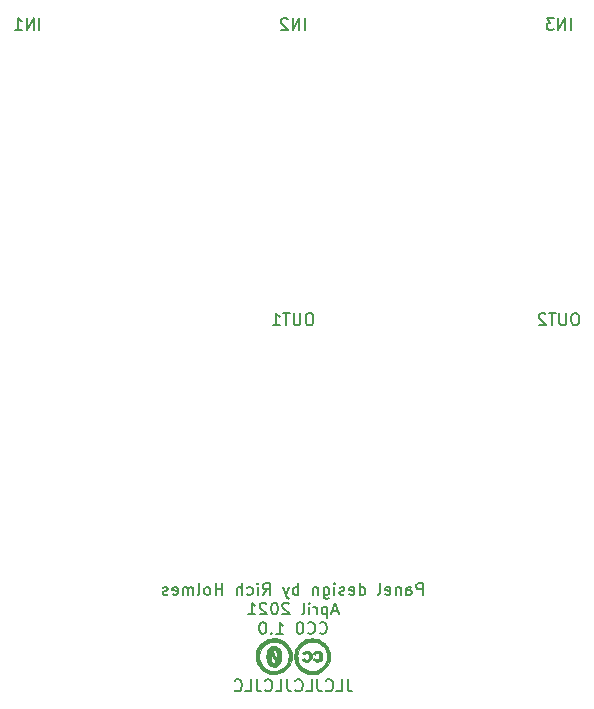
<source format=gbr>
G04 #@! TF.GenerationSoftware,KiCad,Pcbnew,5.1.10-88a1d61d58~90~ubuntu20.04.1*
G04 #@! TF.CreationDate,2021-08-07T10:45:27-04:00*
G04 #@! TF.ProjectId,ao_audio_mixer_panel_al,616f5f61-7564-4696-9f5f-6d697865725f,rev?*
G04 #@! TF.SameCoordinates,Original*
G04 #@! TF.FileFunction,Legend,Bot*
G04 #@! TF.FilePolarity,Positive*
%FSLAX46Y46*%
G04 Gerber Fmt 4.6, Leading zero omitted, Abs format (unit mm)*
G04 Created by KiCad (PCBNEW 5.1.10-88a1d61d58~90~ubuntu20.04.1) date 2021-08-07 10:45:27*
%MOMM*%
%LPD*%
G01*
G04 APERTURE LIST*
%ADD10C,0.150000*%
%ADD11C,0.010000*%
G04 APERTURE END LIST*
D10*
X61476190Y-163452380D02*
X61285714Y-163452380D01*
X61190476Y-163500000D01*
X61095238Y-163595238D01*
X61047619Y-163785714D01*
X61047619Y-164119047D01*
X61095238Y-164309523D01*
X61190476Y-164404761D01*
X61285714Y-164452380D01*
X61476190Y-164452380D01*
X61571428Y-164404761D01*
X61666666Y-164309523D01*
X61714285Y-164119047D01*
X61714285Y-163785714D01*
X61666666Y-163595238D01*
X61571428Y-163500000D01*
X61476190Y-163452380D01*
X60619047Y-163452380D02*
X60619047Y-164261904D01*
X60571428Y-164357142D01*
X60523809Y-164404761D01*
X60428571Y-164452380D01*
X60238095Y-164452380D01*
X60142857Y-164404761D01*
X60095238Y-164357142D01*
X60047619Y-164261904D01*
X60047619Y-163452380D01*
X59714285Y-163452380D02*
X59142857Y-163452380D01*
X59428571Y-164452380D02*
X59428571Y-163452380D01*
X58857142Y-163547619D02*
X58809523Y-163500000D01*
X58714285Y-163452380D01*
X58476190Y-163452380D01*
X58380952Y-163500000D01*
X58333333Y-163547619D01*
X58285714Y-163642857D01*
X58285714Y-163738095D01*
X58333333Y-163880952D01*
X58904761Y-164452380D01*
X58285714Y-164452380D01*
X38976190Y-163452380D02*
X38785714Y-163452380D01*
X38690476Y-163500000D01*
X38595238Y-163595238D01*
X38547619Y-163785714D01*
X38547619Y-164119047D01*
X38595238Y-164309523D01*
X38690476Y-164404761D01*
X38785714Y-164452380D01*
X38976190Y-164452380D01*
X39071428Y-164404761D01*
X39166666Y-164309523D01*
X39214285Y-164119047D01*
X39214285Y-163785714D01*
X39166666Y-163595238D01*
X39071428Y-163500000D01*
X38976190Y-163452380D01*
X38119047Y-163452380D02*
X38119047Y-164261904D01*
X38071428Y-164357142D01*
X38023809Y-164404761D01*
X37928571Y-164452380D01*
X37738095Y-164452380D01*
X37642857Y-164404761D01*
X37595238Y-164357142D01*
X37547619Y-164261904D01*
X37547619Y-163452380D01*
X37214285Y-163452380D02*
X36642857Y-163452380D01*
X36928571Y-164452380D02*
X36928571Y-163452380D01*
X35785714Y-164452380D02*
X36357142Y-164452380D01*
X36071428Y-164452380D02*
X36071428Y-163452380D01*
X36166666Y-163595238D01*
X36261904Y-163690476D01*
X36357142Y-163738095D01*
X61000000Y-139452380D02*
X61000000Y-138452380D01*
X60523809Y-139452380D02*
X60523809Y-138452380D01*
X59952380Y-139452380D01*
X59952380Y-138452380D01*
X59571428Y-138452380D02*
X58952380Y-138452380D01*
X59285714Y-138833333D01*
X59142857Y-138833333D01*
X59047619Y-138880952D01*
X59000000Y-138928571D01*
X58952380Y-139023809D01*
X58952380Y-139261904D01*
X59000000Y-139357142D01*
X59047619Y-139404761D01*
X59142857Y-139452380D01*
X59428571Y-139452380D01*
X59523809Y-139404761D01*
X59571428Y-139357142D01*
X38500000Y-139452380D02*
X38500000Y-138452380D01*
X38023809Y-139452380D02*
X38023809Y-138452380D01*
X37452380Y-139452380D01*
X37452380Y-138452380D01*
X37023809Y-138547619D02*
X36976190Y-138500000D01*
X36880952Y-138452380D01*
X36642857Y-138452380D01*
X36547619Y-138500000D01*
X36500000Y-138547619D01*
X36452380Y-138642857D01*
X36452380Y-138738095D01*
X36500000Y-138880952D01*
X37071428Y-139452380D01*
X36452380Y-139452380D01*
X16000000Y-139452380D02*
X16000000Y-138452380D01*
X15523809Y-139452380D02*
X15523809Y-138452380D01*
X14952380Y-139452380D01*
X14952380Y-138452380D01*
X13952380Y-139452380D02*
X14523809Y-139452380D01*
X14238095Y-139452380D02*
X14238095Y-138452380D01*
X14333333Y-138595238D01*
X14428571Y-138690476D01*
X14523809Y-138738095D01*
X48500000Y-187302380D02*
X48500000Y-186302380D01*
X48119047Y-186302380D01*
X48023809Y-186350000D01*
X47976190Y-186397619D01*
X47928571Y-186492857D01*
X47928571Y-186635714D01*
X47976190Y-186730952D01*
X48023809Y-186778571D01*
X48119047Y-186826190D01*
X48500000Y-186826190D01*
X47071428Y-187302380D02*
X47071428Y-186778571D01*
X47119047Y-186683333D01*
X47214285Y-186635714D01*
X47404761Y-186635714D01*
X47500000Y-186683333D01*
X47071428Y-187254761D02*
X47166666Y-187302380D01*
X47404761Y-187302380D01*
X47500000Y-187254761D01*
X47547619Y-187159523D01*
X47547619Y-187064285D01*
X47500000Y-186969047D01*
X47404761Y-186921428D01*
X47166666Y-186921428D01*
X47071428Y-186873809D01*
X46595238Y-186635714D02*
X46595238Y-187302380D01*
X46595238Y-186730952D02*
X46547619Y-186683333D01*
X46452380Y-186635714D01*
X46309523Y-186635714D01*
X46214285Y-186683333D01*
X46166666Y-186778571D01*
X46166666Y-187302380D01*
X45309523Y-187254761D02*
X45404761Y-187302380D01*
X45595238Y-187302380D01*
X45690476Y-187254761D01*
X45738095Y-187159523D01*
X45738095Y-186778571D01*
X45690476Y-186683333D01*
X45595238Y-186635714D01*
X45404761Y-186635714D01*
X45309523Y-186683333D01*
X45261904Y-186778571D01*
X45261904Y-186873809D01*
X45738095Y-186969047D01*
X44690476Y-187302380D02*
X44785714Y-187254761D01*
X44833333Y-187159523D01*
X44833333Y-186302380D01*
X43119047Y-187302380D02*
X43119047Y-186302380D01*
X43119047Y-187254761D02*
X43214285Y-187302380D01*
X43404761Y-187302380D01*
X43500000Y-187254761D01*
X43547619Y-187207142D01*
X43595238Y-187111904D01*
X43595238Y-186826190D01*
X43547619Y-186730952D01*
X43500000Y-186683333D01*
X43404761Y-186635714D01*
X43214285Y-186635714D01*
X43119047Y-186683333D01*
X42261904Y-187254761D02*
X42357142Y-187302380D01*
X42547619Y-187302380D01*
X42642857Y-187254761D01*
X42690476Y-187159523D01*
X42690476Y-186778571D01*
X42642857Y-186683333D01*
X42547619Y-186635714D01*
X42357142Y-186635714D01*
X42261904Y-186683333D01*
X42214285Y-186778571D01*
X42214285Y-186873809D01*
X42690476Y-186969047D01*
X41833333Y-187254761D02*
X41738095Y-187302380D01*
X41547619Y-187302380D01*
X41452380Y-187254761D01*
X41404761Y-187159523D01*
X41404761Y-187111904D01*
X41452380Y-187016666D01*
X41547619Y-186969047D01*
X41690476Y-186969047D01*
X41785714Y-186921428D01*
X41833333Y-186826190D01*
X41833333Y-186778571D01*
X41785714Y-186683333D01*
X41690476Y-186635714D01*
X41547619Y-186635714D01*
X41452380Y-186683333D01*
X40976190Y-187302380D02*
X40976190Y-186635714D01*
X40976190Y-186302380D02*
X41023809Y-186350000D01*
X40976190Y-186397619D01*
X40928571Y-186350000D01*
X40976190Y-186302380D01*
X40976190Y-186397619D01*
X40071428Y-186635714D02*
X40071428Y-187445238D01*
X40119047Y-187540476D01*
X40166666Y-187588095D01*
X40261904Y-187635714D01*
X40404761Y-187635714D01*
X40500000Y-187588095D01*
X40071428Y-187254761D02*
X40166666Y-187302380D01*
X40357142Y-187302380D01*
X40452380Y-187254761D01*
X40500000Y-187207142D01*
X40547619Y-187111904D01*
X40547619Y-186826190D01*
X40500000Y-186730952D01*
X40452380Y-186683333D01*
X40357142Y-186635714D01*
X40166666Y-186635714D01*
X40071428Y-186683333D01*
X39595238Y-186635714D02*
X39595238Y-187302380D01*
X39595238Y-186730952D02*
X39547619Y-186683333D01*
X39452380Y-186635714D01*
X39309523Y-186635714D01*
X39214285Y-186683333D01*
X39166666Y-186778571D01*
X39166666Y-187302380D01*
X37928571Y-187302380D02*
X37928571Y-186302380D01*
X37928571Y-186683333D02*
X37833333Y-186635714D01*
X37642857Y-186635714D01*
X37547619Y-186683333D01*
X37500000Y-186730952D01*
X37452380Y-186826190D01*
X37452380Y-187111904D01*
X37500000Y-187207142D01*
X37547619Y-187254761D01*
X37642857Y-187302380D01*
X37833333Y-187302380D01*
X37928571Y-187254761D01*
X37119047Y-186635714D02*
X36880952Y-187302380D01*
X36642857Y-186635714D02*
X36880952Y-187302380D01*
X36976190Y-187540476D01*
X37023809Y-187588095D01*
X37119047Y-187635714D01*
X34928571Y-187302380D02*
X35261904Y-186826190D01*
X35500000Y-187302380D02*
X35500000Y-186302380D01*
X35119047Y-186302380D01*
X35023809Y-186350000D01*
X34976190Y-186397619D01*
X34928571Y-186492857D01*
X34928571Y-186635714D01*
X34976190Y-186730952D01*
X35023809Y-186778571D01*
X35119047Y-186826190D01*
X35500000Y-186826190D01*
X34500000Y-187302380D02*
X34500000Y-186635714D01*
X34500000Y-186302380D02*
X34547619Y-186350000D01*
X34500000Y-186397619D01*
X34452380Y-186350000D01*
X34500000Y-186302380D01*
X34500000Y-186397619D01*
X33595238Y-187254761D02*
X33690476Y-187302380D01*
X33880952Y-187302380D01*
X33976190Y-187254761D01*
X34023809Y-187207142D01*
X34071428Y-187111904D01*
X34071428Y-186826190D01*
X34023809Y-186730952D01*
X33976190Y-186683333D01*
X33880952Y-186635714D01*
X33690476Y-186635714D01*
X33595238Y-186683333D01*
X33166666Y-187302380D02*
X33166666Y-186302380D01*
X32738095Y-187302380D02*
X32738095Y-186778571D01*
X32785714Y-186683333D01*
X32880952Y-186635714D01*
X33023809Y-186635714D01*
X33119047Y-186683333D01*
X33166666Y-186730952D01*
X31500000Y-187302380D02*
X31500000Y-186302380D01*
X31500000Y-186778571D02*
X30928571Y-186778571D01*
X30928571Y-187302380D02*
X30928571Y-186302380D01*
X30309523Y-187302380D02*
X30404761Y-187254761D01*
X30452380Y-187207142D01*
X30500000Y-187111904D01*
X30500000Y-186826190D01*
X30452380Y-186730952D01*
X30404761Y-186683333D01*
X30309523Y-186635714D01*
X30166666Y-186635714D01*
X30071428Y-186683333D01*
X30023809Y-186730952D01*
X29976190Y-186826190D01*
X29976190Y-187111904D01*
X30023809Y-187207142D01*
X30071428Y-187254761D01*
X30166666Y-187302380D01*
X30309523Y-187302380D01*
X29404761Y-187302380D02*
X29500000Y-187254761D01*
X29547619Y-187159523D01*
X29547619Y-186302380D01*
X29023809Y-187302380D02*
X29023809Y-186635714D01*
X29023809Y-186730952D02*
X28976190Y-186683333D01*
X28880952Y-186635714D01*
X28738095Y-186635714D01*
X28642857Y-186683333D01*
X28595238Y-186778571D01*
X28595238Y-187302380D01*
X28595238Y-186778571D02*
X28547619Y-186683333D01*
X28452380Y-186635714D01*
X28309523Y-186635714D01*
X28214285Y-186683333D01*
X28166666Y-186778571D01*
X28166666Y-187302380D01*
X27309523Y-187254761D02*
X27404761Y-187302380D01*
X27595238Y-187302380D01*
X27690476Y-187254761D01*
X27738095Y-187159523D01*
X27738095Y-186778571D01*
X27690476Y-186683333D01*
X27595238Y-186635714D01*
X27404761Y-186635714D01*
X27309523Y-186683333D01*
X27261904Y-186778571D01*
X27261904Y-186873809D01*
X27738095Y-186969047D01*
X26880952Y-187254761D02*
X26785714Y-187302380D01*
X26595238Y-187302380D01*
X26500000Y-187254761D01*
X26452380Y-187159523D01*
X26452380Y-187111904D01*
X26500000Y-187016666D01*
X26595238Y-186969047D01*
X26738095Y-186969047D01*
X26833333Y-186921428D01*
X26880952Y-186826190D01*
X26880952Y-186778571D01*
X26833333Y-186683333D01*
X26738095Y-186635714D01*
X26595238Y-186635714D01*
X26500000Y-186683333D01*
X41285714Y-188666666D02*
X40809523Y-188666666D01*
X41380952Y-188952380D02*
X41047619Y-187952380D01*
X40714285Y-188952380D01*
X40380952Y-188285714D02*
X40380952Y-189285714D01*
X40380952Y-188333333D02*
X40285714Y-188285714D01*
X40095238Y-188285714D01*
X40000000Y-188333333D01*
X39952380Y-188380952D01*
X39904761Y-188476190D01*
X39904761Y-188761904D01*
X39952380Y-188857142D01*
X40000000Y-188904761D01*
X40095238Y-188952380D01*
X40285714Y-188952380D01*
X40380952Y-188904761D01*
X39476190Y-188952380D02*
X39476190Y-188285714D01*
X39476190Y-188476190D02*
X39428571Y-188380952D01*
X39380952Y-188333333D01*
X39285714Y-188285714D01*
X39190476Y-188285714D01*
X38857142Y-188952380D02*
X38857142Y-188285714D01*
X38857142Y-187952380D02*
X38904761Y-188000000D01*
X38857142Y-188047619D01*
X38809523Y-188000000D01*
X38857142Y-187952380D01*
X38857142Y-188047619D01*
X38238095Y-188952380D02*
X38333333Y-188904761D01*
X38380952Y-188809523D01*
X38380952Y-187952380D01*
X37142857Y-188047619D02*
X37095238Y-188000000D01*
X37000000Y-187952380D01*
X36761904Y-187952380D01*
X36666666Y-188000000D01*
X36619047Y-188047619D01*
X36571428Y-188142857D01*
X36571428Y-188238095D01*
X36619047Y-188380952D01*
X37190476Y-188952380D01*
X36571428Y-188952380D01*
X35952380Y-187952380D02*
X35857142Y-187952380D01*
X35761904Y-188000000D01*
X35714285Y-188047619D01*
X35666666Y-188142857D01*
X35619047Y-188333333D01*
X35619047Y-188571428D01*
X35666666Y-188761904D01*
X35714285Y-188857142D01*
X35761904Y-188904761D01*
X35857142Y-188952380D01*
X35952380Y-188952380D01*
X36047619Y-188904761D01*
X36095238Y-188857142D01*
X36142857Y-188761904D01*
X36190476Y-188571428D01*
X36190476Y-188333333D01*
X36142857Y-188142857D01*
X36095238Y-188047619D01*
X36047619Y-188000000D01*
X35952380Y-187952380D01*
X35238095Y-188047619D02*
X35190476Y-188000000D01*
X35095238Y-187952380D01*
X34857142Y-187952380D01*
X34761904Y-188000000D01*
X34714285Y-188047619D01*
X34666666Y-188142857D01*
X34666666Y-188238095D01*
X34714285Y-188380952D01*
X35285714Y-188952380D01*
X34666666Y-188952380D01*
X33714285Y-188952380D02*
X34285714Y-188952380D01*
X34000000Y-188952380D02*
X34000000Y-187952380D01*
X34095238Y-188095238D01*
X34190476Y-188190476D01*
X34285714Y-188238095D01*
X39738095Y-190507142D02*
X39785714Y-190554761D01*
X39928571Y-190602380D01*
X40023809Y-190602380D01*
X40166666Y-190554761D01*
X40261904Y-190459523D01*
X40309523Y-190364285D01*
X40357142Y-190173809D01*
X40357142Y-190030952D01*
X40309523Y-189840476D01*
X40261904Y-189745238D01*
X40166666Y-189650000D01*
X40023809Y-189602380D01*
X39928571Y-189602380D01*
X39785714Y-189650000D01*
X39738095Y-189697619D01*
X38738095Y-190507142D02*
X38785714Y-190554761D01*
X38928571Y-190602380D01*
X39023809Y-190602380D01*
X39166666Y-190554761D01*
X39261904Y-190459523D01*
X39309523Y-190364285D01*
X39357142Y-190173809D01*
X39357142Y-190030952D01*
X39309523Y-189840476D01*
X39261904Y-189745238D01*
X39166666Y-189650000D01*
X39023809Y-189602380D01*
X38928571Y-189602380D01*
X38785714Y-189650000D01*
X38738095Y-189697619D01*
X38119047Y-189602380D02*
X38023809Y-189602380D01*
X37928571Y-189650000D01*
X37880952Y-189697619D01*
X37833333Y-189792857D01*
X37785714Y-189983333D01*
X37785714Y-190221428D01*
X37833333Y-190411904D01*
X37880952Y-190507142D01*
X37928571Y-190554761D01*
X38023809Y-190602380D01*
X38119047Y-190602380D01*
X38214285Y-190554761D01*
X38261904Y-190507142D01*
X38309523Y-190411904D01*
X38357142Y-190221428D01*
X38357142Y-189983333D01*
X38309523Y-189792857D01*
X38261904Y-189697619D01*
X38214285Y-189650000D01*
X38119047Y-189602380D01*
X36071428Y-190602380D02*
X36642857Y-190602380D01*
X36357142Y-190602380D02*
X36357142Y-189602380D01*
X36452380Y-189745238D01*
X36547619Y-189840476D01*
X36642857Y-189888095D01*
X35642857Y-190507142D02*
X35595238Y-190554761D01*
X35642857Y-190602380D01*
X35690476Y-190554761D01*
X35642857Y-190507142D01*
X35642857Y-190602380D01*
X34976190Y-189602380D02*
X34880952Y-189602380D01*
X34785714Y-189650000D01*
X34738095Y-189697619D01*
X34690476Y-189792857D01*
X34642857Y-189983333D01*
X34642857Y-190221428D01*
X34690476Y-190411904D01*
X34738095Y-190507142D01*
X34785714Y-190554761D01*
X34880952Y-190602380D01*
X34976190Y-190602380D01*
X35071428Y-190554761D01*
X35119047Y-190507142D01*
X35166666Y-190411904D01*
X35214285Y-190221428D01*
X35214285Y-189983333D01*
X35166666Y-189792857D01*
X35119047Y-189697619D01*
X35071428Y-189650000D01*
X34976190Y-189602380D01*
X42119047Y-194452380D02*
X42119047Y-195166666D01*
X42166666Y-195309523D01*
X42261904Y-195404761D01*
X42404761Y-195452380D01*
X42500000Y-195452380D01*
X41166666Y-195452380D02*
X41642857Y-195452380D01*
X41642857Y-194452380D01*
X40261904Y-195357142D02*
X40309523Y-195404761D01*
X40452380Y-195452380D01*
X40547619Y-195452380D01*
X40690476Y-195404761D01*
X40785714Y-195309523D01*
X40833333Y-195214285D01*
X40880952Y-195023809D01*
X40880952Y-194880952D01*
X40833333Y-194690476D01*
X40785714Y-194595238D01*
X40690476Y-194500000D01*
X40547619Y-194452380D01*
X40452380Y-194452380D01*
X40309523Y-194500000D01*
X40261904Y-194547619D01*
X39547619Y-194452380D02*
X39547619Y-195166666D01*
X39595238Y-195309523D01*
X39690476Y-195404761D01*
X39833333Y-195452380D01*
X39928571Y-195452380D01*
X38595238Y-195452380D02*
X39071428Y-195452380D01*
X39071428Y-194452380D01*
X37690476Y-195357142D02*
X37738095Y-195404761D01*
X37880952Y-195452380D01*
X37976190Y-195452380D01*
X38119047Y-195404761D01*
X38214285Y-195309523D01*
X38261904Y-195214285D01*
X38309523Y-195023809D01*
X38309523Y-194880952D01*
X38261904Y-194690476D01*
X38214285Y-194595238D01*
X38119047Y-194500000D01*
X37976190Y-194452380D01*
X37880952Y-194452380D01*
X37738095Y-194500000D01*
X37690476Y-194547619D01*
X36976190Y-194452380D02*
X36976190Y-195166666D01*
X37023809Y-195309523D01*
X37119047Y-195404761D01*
X37261904Y-195452380D01*
X37357142Y-195452380D01*
X36023809Y-195452380D02*
X36500000Y-195452380D01*
X36500000Y-194452380D01*
X35119047Y-195357142D02*
X35166666Y-195404761D01*
X35309523Y-195452380D01*
X35404761Y-195452380D01*
X35547619Y-195404761D01*
X35642857Y-195309523D01*
X35690476Y-195214285D01*
X35738095Y-195023809D01*
X35738095Y-194880952D01*
X35690476Y-194690476D01*
X35642857Y-194595238D01*
X35547619Y-194500000D01*
X35404761Y-194452380D01*
X35309523Y-194452380D01*
X35166666Y-194500000D01*
X35119047Y-194547619D01*
X34404761Y-194452380D02*
X34404761Y-195166666D01*
X34452380Y-195309523D01*
X34547619Y-195404761D01*
X34690476Y-195452380D01*
X34785714Y-195452380D01*
X33452380Y-195452380D02*
X33928571Y-195452380D01*
X33928571Y-194452380D01*
X32547619Y-195357142D02*
X32595238Y-195404761D01*
X32738095Y-195452380D01*
X32833333Y-195452380D01*
X32976190Y-195404761D01*
X33071428Y-195309523D01*
X33119047Y-195214285D01*
X33166666Y-195023809D01*
X33166666Y-194880952D01*
X33119047Y-194690476D01*
X33071428Y-194595238D01*
X32976190Y-194500000D01*
X32833333Y-194452380D01*
X32738095Y-194452380D01*
X32595238Y-194500000D01*
X32547619Y-194547619D01*
D11*
G36*
X38845762Y-191003295D02*
G01*
X38619275Y-191060725D01*
X38406042Y-191150861D01*
X38209636Y-191271823D01*
X38033628Y-191421729D01*
X37881589Y-191598696D01*
X37757089Y-191800844D01*
X37744249Y-191826541D01*
X37693712Y-191937295D01*
X37656951Y-192038132D01*
X37631999Y-192139067D01*
X37616892Y-192250114D01*
X37609665Y-192381287D01*
X37608257Y-192519538D01*
X37609141Y-192639418D01*
X37611786Y-192729550D01*
X37617274Y-192799255D01*
X37626685Y-192857855D01*
X37641101Y-192914672D01*
X37661488Y-192978692D01*
X37752320Y-193189619D01*
X37876092Y-193385212D01*
X38028345Y-193561404D01*
X38204617Y-193714128D01*
X38400450Y-193839317D01*
X38611382Y-193932904D01*
X38753751Y-193974692D01*
X38876333Y-193996312D01*
X39017661Y-194009844D01*
X39161804Y-194014540D01*
X39292831Y-194009650D01*
X39352036Y-194002835D01*
X39565147Y-193951615D01*
X39774960Y-193865903D01*
X39972932Y-193749928D01*
X40150519Y-193607922D01*
X40151575Y-193606935D01*
X40318861Y-193425473D01*
X40452401Y-193226943D01*
X40551194Y-193014250D01*
X40614239Y-192790302D01*
X40640535Y-192558003D01*
X40637084Y-192486371D01*
X40362601Y-192486371D01*
X40360389Y-192619780D01*
X40348612Y-192738052D01*
X40334995Y-192802846D01*
X40260380Y-193000843D01*
X40153427Y-193185299D01*
X40018836Y-193350554D01*
X39861307Y-193490947D01*
X39685539Y-193600816D01*
X39663640Y-193611586D01*
X39576119Y-193649895D01*
X39486608Y-193683320D01*
X39411196Y-193705990D01*
X39395231Y-193709527D01*
X39327822Y-193722939D01*
X39271304Y-193734585D01*
X39248692Y-193739505D01*
X39199174Y-193744004D01*
X39123233Y-193743264D01*
X39033045Y-193738131D01*
X38940787Y-193729448D01*
X38858637Y-193718062D01*
X38815852Y-193709472D01*
X38645852Y-193652534D01*
X38476986Y-193567240D01*
X38319642Y-193460299D01*
X38184202Y-193338415D01*
X38114407Y-193256457D01*
X38012259Y-193106814D01*
X37939983Y-192965157D01*
X37893839Y-192820154D01*
X37870085Y-192660468D01*
X37864724Y-192500000D01*
X37866764Y-192390885D01*
X37872805Y-192307322D01*
X37884761Y-192235844D01*
X37904547Y-192162980D01*
X37918866Y-192119187D01*
X38009318Y-191910739D01*
X38130477Y-191725634D01*
X38280224Y-191566010D01*
X38456439Y-191434010D01*
X38657005Y-191331773D01*
X38723114Y-191306696D01*
X38834844Y-191278184D01*
X38970736Y-191259903D01*
X39117025Y-191252684D01*
X39259944Y-191257356D01*
X39353669Y-191268657D01*
X39541649Y-191319565D01*
X39721627Y-191405315D01*
X39889038Y-191521826D01*
X40039315Y-191665015D01*
X40167892Y-191830800D01*
X40270203Y-192015098D01*
X40315676Y-192128769D01*
X40339862Y-192227521D01*
X40355631Y-192351170D01*
X40362601Y-192486371D01*
X40637084Y-192486371D01*
X40629080Y-192320259D01*
X40618648Y-192251252D01*
X40560541Y-192018286D01*
X40470059Y-191804919D01*
X40345439Y-191607891D01*
X40184913Y-191423940D01*
X40155132Y-191394885D01*
X39974249Y-191243935D01*
X39783837Y-191129231D01*
X39578478Y-191048158D01*
X39352752Y-190998104D01*
X39324219Y-190994081D01*
X39081934Y-190980453D01*
X38845762Y-191003295D01*
G37*
X38845762Y-191003295D02*
X38619275Y-191060725D01*
X38406042Y-191150861D01*
X38209636Y-191271823D01*
X38033628Y-191421729D01*
X37881589Y-191598696D01*
X37757089Y-191800844D01*
X37744249Y-191826541D01*
X37693712Y-191937295D01*
X37656951Y-192038132D01*
X37631999Y-192139067D01*
X37616892Y-192250114D01*
X37609665Y-192381287D01*
X37608257Y-192519538D01*
X37609141Y-192639418D01*
X37611786Y-192729550D01*
X37617274Y-192799255D01*
X37626685Y-192857855D01*
X37641101Y-192914672D01*
X37661488Y-192978692D01*
X37752320Y-193189619D01*
X37876092Y-193385212D01*
X38028345Y-193561404D01*
X38204617Y-193714128D01*
X38400450Y-193839317D01*
X38611382Y-193932904D01*
X38753751Y-193974692D01*
X38876333Y-193996312D01*
X39017661Y-194009844D01*
X39161804Y-194014540D01*
X39292831Y-194009650D01*
X39352036Y-194002835D01*
X39565147Y-193951615D01*
X39774960Y-193865903D01*
X39972932Y-193749928D01*
X40150519Y-193607922D01*
X40151575Y-193606935D01*
X40318861Y-193425473D01*
X40452401Y-193226943D01*
X40551194Y-193014250D01*
X40614239Y-192790302D01*
X40640535Y-192558003D01*
X40637084Y-192486371D01*
X40362601Y-192486371D01*
X40360389Y-192619780D01*
X40348612Y-192738052D01*
X40334995Y-192802846D01*
X40260380Y-193000843D01*
X40153427Y-193185299D01*
X40018836Y-193350554D01*
X39861307Y-193490947D01*
X39685539Y-193600816D01*
X39663640Y-193611586D01*
X39576119Y-193649895D01*
X39486608Y-193683320D01*
X39411196Y-193705990D01*
X39395231Y-193709527D01*
X39327822Y-193722939D01*
X39271304Y-193734585D01*
X39248692Y-193739505D01*
X39199174Y-193744004D01*
X39123233Y-193743264D01*
X39033045Y-193738131D01*
X38940787Y-193729448D01*
X38858637Y-193718062D01*
X38815852Y-193709472D01*
X38645852Y-193652534D01*
X38476986Y-193567240D01*
X38319642Y-193460299D01*
X38184202Y-193338415D01*
X38114407Y-193256457D01*
X38012259Y-193106814D01*
X37939983Y-192965157D01*
X37893839Y-192820154D01*
X37870085Y-192660468D01*
X37864724Y-192500000D01*
X37866764Y-192390885D01*
X37872805Y-192307322D01*
X37884761Y-192235844D01*
X37904547Y-192162980D01*
X37918866Y-192119187D01*
X38009318Y-191910739D01*
X38130477Y-191725634D01*
X38280224Y-191566010D01*
X38456439Y-191434010D01*
X38657005Y-191331773D01*
X38723114Y-191306696D01*
X38834844Y-191278184D01*
X38970736Y-191259903D01*
X39117025Y-191252684D01*
X39259944Y-191257356D01*
X39353669Y-191268657D01*
X39541649Y-191319565D01*
X39721627Y-191405315D01*
X39889038Y-191521826D01*
X40039315Y-191665015D01*
X40167892Y-191830800D01*
X40270203Y-192015098D01*
X40315676Y-192128769D01*
X40339862Y-192227521D01*
X40355631Y-192351170D01*
X40362601Y-192486371D01*
X40637084Y-192486371D01*
X40629080Y-192320259D01*
X40618648Y-192251252D01*
X40560541Y-192018286D01*
X40470059Y-191804919D01*
X40345439Y-191607891D01*
X40184913Y-191423940D01*
X40155132Y-191394885D01*
X39974249Y-191243935D01*
X39783837Y-191129231D01*
X39578478Y-191048158D01*
X39352752Y-190998104D01*
X39324219Y-190994081D01*
X39081934Y-190980453D01*
X38845762Y-191003295D01*
G36*
X35562551Y-191011587D02*
G01*
X35334872Y-191072319D01*
X35122761Y-191163945D01*
X35052602Y-191203708D01*
X34944068Y-191280779D01*
X34828792Y-191381493D01*
X34717359Y-191495134D01*
X34620353Y-191610982D01*
X34553888Y-191708692D01*
X34454077Y-191914999D01*
X34385850Y-192135241D01*
X34349306Y-192363459D01*
X34344543Y-192593698D01*
X34371660Y-192820000D01*
X34430753Y-193036409D01*
X34521923Y-193236967D01*
X34528497Y-193248509D01*
X34653060Y-193427855D01*
X34808404Y-193591903D01*
X34987535Y-193735367D01*
X35183462Y-193852963D01*
X35389193Y-193939403D01*
X35476363Y-193965024D01*
X35606088Y-193990687D01*
X35751603Y-194007309D01*
X35897718Y-194013928D01*
X36029245Y-194009587D01*
X36082701Y-194003333D01*
X36322036Y-193946757D01*
X36548814Y-193853934D01*
X36758665Y-193726800D01*
X36830318Y-193672122D01*
X37001565Y-193509450D01*
X37141960Y-193326151D01*
X37250979Y-193126239D01*
X37328098Y-192913730D01*
X37372791Y-192692639D01*
X37381016Y-192534606D01*
X37119198Y-192534606D01*
X37094064Y-192745751D01*
X37032679Y-192950690D01*
X36948267Y-193123249D01*
X36885076Y-193213441D01*
X36798995Y-193313314D01*
X36700572Y-193412322D01*
X36600350Y-193499920D01*
X36508876Y-193565561D01*
X36501557Y-193569958D01*
X36303936Y-193664254D01*
X36095157Y-193721992D01*
X35879243Y-193742623D01*
X35660214Y-193725598D01*
X35543253Y-193700863D01*
X35372303Y-193640458D01*
X35202582Y-193551041D01*
X35045288Y-193439843D01*
X34911618Y-193314097D01*
X34872085Y-193267478D01*
X34754299Y-193089023D01*
X34671467Y-192898686D01*
X34622905Y-192700620D01*
X34607932Y-192498975D01*
X34625863Y-192297904D01*
X34676017Y-192101558D01*
X34757710Y-191914089D01*
X34870259Y-191739647D01*
X35012983Y-191582385D01*
X35169918Y-191456741D01*
X35350595Y-191356346D01*
X35547052Y-191288856D01*
X35753455Y-191254622D01*
X35963972Y-191253993D01*
X36172769Y-191287319D01*
X36374013Y-191354950D01*
X36430339Y-191381134D01*
X36574147Y-191470458D01*
X36713615Y-191590242D01*
X36841458Y-191731978D01*
X36950390Y-191887160D01*
X37033123Y-192047282D01*
X37058456Y-192114411D01*
X37107517Y-192322433D01*
X37119198Y-192534606D01*
X37381016Y-192534606D01*
X37384536Y-192466982D01*
X37362808Y-192240772D01*
X37307082Y-192018025D01*
X37216833Y-191802756D01*
X37099584Y-191610151D01*
X36971384Y-191457078D01*
X36817123Y-191316554D01*
X36645551Y-191194696D01*
X36465418Y-191097626D01*
X36285476Y-191031460D01*
X36263914Y-191025788D01*
X36034579Y-190987219D01*
X35798289Y-190982853D01*
X35562551Y-191011587D01*
G37*
X35562551Y-191011587D02*
X35334872Y-191072319D01*
X35122761Y-191163945D01*
X35052602Y-191203708D01*
X34944068Y-191280779D01*
X34828792Y-191381493D01*
X34717359Y-191495134D01*
X34620353Y-191610982D01*
X34553888Y-191708692D01*
X34454077Y-191914999D01*
X34385850Y-192135241D01*
X34349306Y-192363459D01*
X34344543Y-192593698D01*
X34371660Y-192820000D01*
X34430753Y-193036409D01*
X34521923Y-193236967D01*
X34528497Y-193248509D01*
X34653060Y-193427855D01*
X34808404Y-193591903D01*
X34987535Y-193735367D01*
X35183462Y-193852963D01*
X35389193Y-193939403D01*
X35476363Y-193965024D01*
X35606088Y-193990687D01*
X35751603Y-194007309D01*
X35897718Y-194013928D01*
X36029245Y-194009587D01*
X36082701Y-194003333D01*
X36322036Y-193946757D01*
X36548814Y-193853934D01*
X36758665Y-193726800D01*
X36830318Y-193672122D01*
X37001565Y-193509450D01*
X37141960Y-193326151D01*
X37250979Y-193126239D01*
X37328098Y-192913730D01*
X37372791Y-192692639D01*
X37381016Y-192534606D01*
X37119198Y-192534606D01*
X37094064Y-192745751D01*
X37032679Y-192950690D01*
X36948267Y-193123249D01*
X36885076Y-193213441D01*
X36798995Y-193313314D01*
X36700572Y-193412322D01*
X36600350Y-193499920D01*
X36508876Y-193565561D01*
X36501557Y-193569958D01*
X36303936Y-193664254D01*
X36095157Y-193721992D01*
X35879243Y-193742623D01*
X35660214Y-193725598D01*
X35543253Y-193700863D01*
X35372303Y-193640458D01*
X35202582Y-193551041D01*
X35045288Y-193439843D01*
X34911618Y-193314097D01*
X34872085Y-193267478D01*
X34754299Y-193089023D01*
X34671467Y-192898686D01*
X34622905Y-192700620D01*
X34607932Y-192498975D01*
X34625863Y-192297904D01*
X34676017Y-192101558D01*
X34757710Y-191914089D01*
X34870259Y-191739647D01*
X35012983Y-191582385D01*
X35169918Y-191456741D01*
X35350595Y-191356346D01*
X35547052Y-191288856D01*
X35753455Y-191254622D01*
X35963972Y-191253993D01*
X36172769Y-191287319D01*
X36374013Y-191354950D01*
X36430339Y-191381134D01*
X36574147Y-191470458D01*
X36713615Y-191590242D01*
X36841458Y-191731978D01*
X36950390Y-191887160D01*
X37033123Y-192047282D01*
X37058456Y-192114411D01*
X37107517Y-192322433D01*
X37119198Y-192534606D01*
X37381016Y-192534606D01*
X37384536Y-192466982D01*
X37362808Y-192240772D01*
X37307082Y-192018025D01*
X37216833Y-191802756D01*
X37099584Y-191610151D01*
X36971384Y-191457078D01*
X36817123Y-191316554D01*
X36645551Y-191194696D01*
X36465418Y-191097626D01*
X36285476Y-191031460D01*
X36263914Y-191025788D01*
X36034579Y-190987219D01*
X35798289Y-190982853D01*
X35562551Y-191011587D01*
G36*
X39385462Y-192052643D02*
G01*
X39307960Y-192083771D01*
X39234173Y-192130000D01*
X39177964Y-192181844D01*
X39161191Y-192206135D01*
X39154405Y-192230461D01*
X39168257Y-192252581D01*
X39209064Y-192280299D01*
X39231679Y-192293211D01*
X39321809Y-192343585D01*
X39388507Y-192285023D01*
X39460737Y-192238519D01*
X39532889Y-192229439D01*
X39608372Y-192254847D01*
X39662338Y-192299575D01*
X39694410Y-192368778D01*
X39705949Y-192466390D01*
X39704160Y-192531687D01*
X39697588Y-192604710D01*
X39685977Y-192652001D01*
X39664231Y-192686901D01*
X39633179Y-192717499D01*
X39557933Y-192764544D01*
X39481404Y-192772549D01*
X39403904Y-192741518D01*
X39367775Y-192713928D01*
X39299883Y-192654317D01*
X39220557Y-192694786D01*
X39173096Y-192722496D01*
X39144755Y-192745796D01*
X39141231Y-192752736D01*
X39154834Y-192774078D01*
X39190081Y-192811448D01*
X39227998Y-192846592D01*
X39341914Y-192923137D01*
X39465441Y-192962801D01*
X39594244Y-192964942D01*
X39723988Y-192928916D01*
X39738695Y-192922334D01*
X39845027Y-192854034D01*
X39920464Y-192762318D01*
X39965242Y-192646736D01*
X39979597Y-192506835D01*
X39978269Y-192464501D01*
X39968911Y-192374717D01*
X39949251Y-192304936D01*
X39913931Y-192236398D01*
X39912411Y-192233898D01*
X39833280Y-192139869D01*
X39730981Y-192074047D01*
X39611332Y-192038433D01*
X39480151Y-192035030D01*
X39385462Y-192052643D01*
G37*
X39385462Y-192052643D02*
X39307960Y-192083771D01*
X39234173Y-192130000D01*
X39177964Y-192181844D01*
X39161191Y-192206135D01*
X39154405Y-192230461D01*
X39168257Y-192252581D01*
X39209064Y-192280299D01*
X39231679Y-192293211D01*
X39321809Y-192343585D01*
X39388507Y-192285023D01*
X39460737Y-192238519D01*
X39532889Y-192229439D01*
X39608372Y-192254847D01*
X39662338Y-192299575D01*
X39694410Y-192368778D01*
X39705949Y-192466390D01*
X39704160Y-192531687D01*
X39697588Y-192604710D01*
X39685977Y-192652001D01*
X39664231Y-192686901D01*
X39633179Y-192717499D01*
X39557933Y-192764544D01*
X39481404Y-192772549D01*
X39403904Y-192741518D01*
X39367775Y-192713928D01*
X39299883Y-192654317D01*
X39220557Y-192694786D01*
X39173096Y-192722496D01*
X39144755Y-192745796D01*
X39141231Y-192752736D01*
X39154834Y-192774078D01*
X39190081Y-192811448D01*
X39227998Y-192846592D01*
X39341914Y-192923137D01*
X39465441Y-192962801D01*
X39594244Y-192964942D01*
X39723988Y-192928916D01*
X39738695Y-192922334D01*
X39845027Y-192854034D01*
X39920464Y-192762318D01*
X39965242Y-192646736D01*
X39979597Y-192506835D01*
X39978269Y-192464501D01*
X39968911Y-192374717D01*
X39949251Y-192304936D01*
X39913931Y-192236398D01*
X39912411Y-192233898D01*
X39833280Y-192139869D01*
X39730981Y-192074047D01*
X39611332Y-192038433D01*
X39480151Y-192035030D01*
X39385462Y-192052643D01*
G36*
X38510240Y-192051947D02*
G01*
X38408378Y-192091970D01*
X38325953Y-192150711D01*
X38279557Y-192210874D01*
X38275227Y-192234377D01*
X38293686Y-192258572D01*
X38340859Y-192290489D01*
X38352388Y-192297323D01*
X38406758Y-192327060D01*
X38438765Y-192336991D01*
X38458361Y-192329280D01*
X38464922Y-192321783D01*
X38513678Y-192275036D01*
X38573913Y-192239854D01*
X38626890Y-192226461D01*
X38708245Y-192243534D01*
X38770310Y-192292865D01*
X38810986Y-192371618D01*
X38828177Y-192476958D01*
X38828616Y-192499038D01*
X38815565Y-192604520D01*
X38779697Y-192687197D01*
X38725937Y-192743996D01*
X38659213Y-192771845D01*
X38584451Y-192767673D01*
X38506578Y-192728406D01*
X38486663Y-192712275D01*
X38416888Y-192651013D01*
X38339444Y-192685935D01*
X38292090Y-192712301D01*
X38264706Y-192737249D01*
X38262000Y-192744709D01*
X38277365Y-192776272D01*
X38317095Y-192819399D01*
X38371639Y-192866241D01*
X38431448Y-192908947D01*
X38486973Y-192939670D01*
X38509070Y-192947792D01*
X38648419Y-192968493D01*
X38780352Y-192950937D01*
X38863723Y-192918395D01*
X38967214Y-192846141D01*
X39042881Y-192748191D01*
X39088536Y-192628345D01*
X39102154Y-192504694D01*
X39085124Y-192373486D01*
X39036905Y-192254228D01*
X38961800Y-192154078D01*
X38864117Y-192080196D01*
X38839475Y-192067928D01*
X38735087Y-192037553D01*
X38622242Y-192033017D01*
X38510240Y-192051947D01*
G37*
X38510240Y-192051947D02*
X38408378Y-192091970D01*
X38325953Y-192150711D01*
X38279557Y-192210874D01*
X38275227Y-192234377D01*
X38293686Y-192258572D01*
X38340859Y-192290489D01*
X38352388Y-192297323D01*
X38406758Y-192327060D01*
X38438765Y-192336991D01*
X38458361Y-192329280D01*
X38464922Y-192321783D01*
X38513678Y-192275036D01*
X38573913Y-192239854D01*
X38626890Y-192226461D01*
X38708245Y-192243534D01*
X38770310Y-192292865D01*
X38810986Y-192371618D01*
X38828177Y-192476958D01*
X38828616Y-192499038D01*
X38815565Y-192604520D01*
X38779697Y-192687197D01*
X38725937Y-192743996D01*
X38659213Y-192771845D01*
X38584451Y-192767673D01*
X38506578Y-192728406D01*
X38486663Y-192712275D01*
X38416888Y-192651013D01*
X38339444Y-192685935D01*
X38292090Y-192712301D01*
X38264706Y-192737249D01*
X38262000Y-192744709D01*
X38277365Y-192776272D01*
X38317095Y-192819399D01*
X38371639Y-192866241D01*
X38431448Y-192908947D01*
X38486973Y-192939670D01*
X38509070Y-192947792D01*
X38648419Y-192968493D01*
X38780352Y-192950937D01*
X38863723Y-192918395D01*
X38967214Y-192846141D01*
X39042881Y-192748191D01*
X39088536Y-192628345D01*
X39102154Y-192504694D01*
X39085124Y-192373486D01*
X39036905Y-192254228D01*
X38961800Y-192154078D01*
X38864117Y-192080196D01*
X38839475Y-192067928D01*
X38735087Y-192037553D01*
X38622242Y-192033017D01*
X38510240Y-192051947D01*
G36*
X35781189Y-191633741D02*
G01*
X35716567Y-191641437D01*
X35658500Y-191659197D01*
X35599562Y-191685884D01*
X35484604Y-191761996D01*
X35392347Y-191866970D01*
X35322002Y-192002151D01*
X35272779Y-192168883D01*
X35254570Y-192273464D01*
X35238268Y-192427178D01*
X35236482Y-192563482D01*
X35249484Y-192701356D01*
X35261779Y-192777732D01*
X35306600Y-192951964D01*
X35373289Y-193098191D01*
X35460509Y-193214342D01*
X35566924Y-193298346D01*
X35612792Y-193321706D01*
X35705941Y-193350276D01*
X35818276Y-193366619D01*
X35931329Y-193368967D01*
X36009283Y-193359705D01*
X36084600Y-193339781D01*
X36146195Y-193311095D01*
X36209094Y-193265485D01*
X36252785Y-193227434D01*
X36342941Y-193122255D01*
X36410807Y-192989080D01*
X36421390Y-192951694D01*
X36015077Y-192951694D01*
X35998366Y-192998731D01*
X35954685Y-193030658D01*
X35893708Y-193045931D01*
X35825111Y-193043004D01*
X35758571Y-193020334D01*
X35725245Y-192997962D01*
X35683099Y-192948793D01*
X35645795Y-192882909D01*
X35635151Y-192856308D01*
X35615890Y-192777223D01*
X35601250Y-192673359D01*
X35592197Y-192558843D01*
X35589697Y-192447802D01*
X35594716Y-192354362D01*
X35598892Y-192325889D01*
X35615027Y-192239702D01*
X35815052Y-192583738D01*
X35875656Y-192689104D01*
X35928881Y-192783798D01*
X35971760Y-192862368D01*
X36001331Y-192919360D01*
X36014629Y-192949321D01*
X36015077Y-192951694D01*
X36421390Y-192951694D01*
X36456836Y-192826483D01*
X36481480Y-192633041D01*
X36484805Y-192534984D01*
X36138146Y-192534984D01*
X36136185Y-192595716D01*
X36134167Y-192641666D01*
X36131418Y-192674212D01*
X36125578Y-192690645D01*
X36114288Y-192688254D01*
X36095189Y-192664330D01*
X36065921Y-192616164D01*
X36024124Y-192541045D01*
X35967438Y-192436263D01*
X35918921Y-192346196D01*
X35859859Y-192235619D01*
X35817835Y-192153656D01*
X35790655Y-192094906D01*
X35776125Y-192053967D01*
X35772053Y-192025434D01*
X35776246Y-192003908D01*
X35778145Y-191999389D01*
X35814080Y-191963197D01*
X35872173Y-191952645D01*
X35944564Y-191968352D01*
X35978683Y-191983617D01*
X36035785Y-192034136D01*
X36081276Y-192118397D01*
X36114163Y-192232535D01*
X36133451Y-192372686D01*
X36138146Y-192534984D01*
X36484805Y-192534984D01*
X36486238Y-192492731D01*
X36475312Y-192279678D01*
X36440721Y-192097138D01*
X36382214Y-191944339D01*
X36299538Y-191820506D01*
X36251492Y-191771396D01*
X36166009Y-191704584D01*
X36079519Y-191662242D01*
X35979434Y-191639819D01*
X35868539Y-191632925D01*
X35781189Y-191633741D01*
G37*
X35781189Y-191633741D02*
X35716567Y-191641437D01*
X35658500Y-191659197D01*
X35599562Y-191685884D01*
X35484604Y-191761996D01*
X35392347Y-191866970D01*
X35322002Y-192002151D01*
X35272779Y-192168883D01*
X35254570Y-192273464D01*
X35238268Y-192427178D01*
X35236482Y-192563482D01*
X35249484Y-192701356D01*
X35261779Y-192777732D01*
X35306600Y-192951964D01*
X35373289Y-193098191D01*
X35460509Y-193214342D01*
X35566924Y-193298346D01*
X35612792Y-193321706D01*
X35705941Y-193350276D01*
X35818276Y-193366619D01*
X35931329Y-193368967D01*
X36009283Y-193359705D01*
X36084600Y-193339781D01*
X36146195Y-193311095D01*
X36209094Y-193265485D01*
X36252785Y-193227434D01*
X36342941Y-193122255D01*
X36410807Y-192989080D01*
X36421390Y-192951694D01*
X36015077Y-192951694D01*
X35998366Y-192998731D01*
X35954685Y-193030658D01*
X35893708Y-193045931D01*
X35825111Y-193043004D01*
X35758571Y-193020334D01*
X35725245Y-192997962D01*
X35683099Y-192948793D01*
X35645795Y-192882909D01*
X35635151Y-192856308D01*
X35615890Y-192777223D01*
X35601250Y-192673359D01*
X35592197Y-192558843D01*
X35589697Y-192447802D01*
X35594716Y-192354362D01*
X35598892Y-192325889D01*
X35615027Y-192239702D01*
X35815052Y-192583738D01*
X35875656Y-192689104D01*
X35928881Y-192783798D01*
X35971760Y-192862368D01*
X36001331Y-192919360D01*
X36014629Y-192949321D01*
X36015077Y-192951694D01*
X36421390Y-192951694D01*
X36456836Y-192826483D01*
X36481480Y-192633041D01*
X36484805Y-192534984D01*
X36138146Y-192534984D01*
X36136185Y-192595716D01*
X36134167Y-192641666D01*
X36131418Y-192674212D01*
X36125578Y-192690645D01*
X36114288Y-192688254D01*
X36095189Y-192664330D01*
X36065921Y-192616164D01*
X36024124Y-192541045D01*
X35967438Y-192436263D01*
X35918921Y-192346196D01*
X35859859Y-192235619D01*
X35817835Y-192153656D01*
X35790655Y-192094906D01*
X35776125Y-192053967D01*
X35772053Y-192025434D01*
X35776246Y-192003908D01*
X35778145Y-191999389D01*
X35814080Y-191963197D01*
X35872173Y-191952645D01*
X35944564Y-191968352D01*
X35978683Y-191983617D01*
X36035785Y-192034136D01*
X36081276Y-192118397D01*
X36114163Y-192232535D01*
X36133451Y-192372686D01*
X36138146Y-192534984D01*
X36484805Y-192534984D01*
X36486238Y-192492731D01*
X36475312Y-192279678D01*
X36440721Y-192097138D01*
X36382214Y-191944339D01*
X36299538Y-191820506D01*
X36251492Y-191771396D01*
X36166009Y-191704584D01*
X36079519Y-191662242D01*
X35979434Y-191639819D01*
X35868539Y-191632925D01*
X35781189Y-191633741D01*
M02*

</source>
